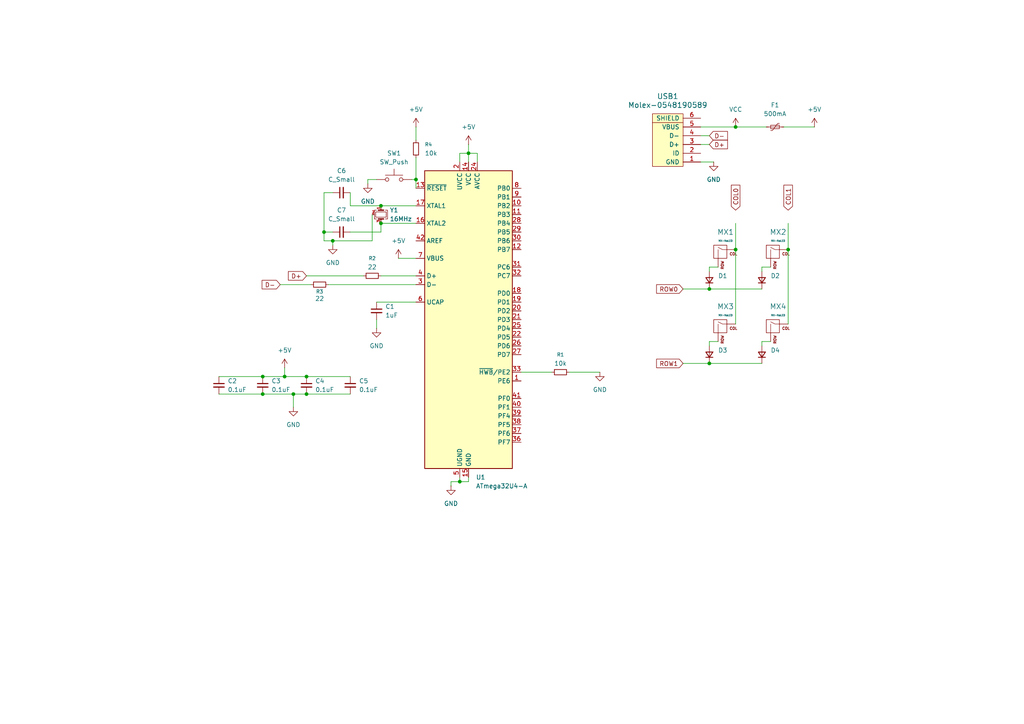
<source format=kicad_sch>
(kicad_sch (version 20250114) (generator "eeschema") (generator_version "9.0")
  (paper "A4")
  (lib_symbols
    (symbol "Device:C_Small" (pin_numbers (hide yes)) (pin_names (offset 0.254) (hide yes))
      (property "Reference" "C" (at 0.254 1.778 0))
      (property "Value" "C_Small" (at 0.254 -2.032 0))
      (symbol "C_Small_0_1"
        (polyline (pts (xy -1.524 0.508) (xy 1.524 0.508)) (stroke (width 0.3048)))
        (polyline (pts (xy -1.524 -0.508) (xy 1.524 -0.508)) (stroke (width 0.3302)))
      )
      (symbol "C_Small_1_1"
        (pin passive line (at 0 2.54 270) (length 2.032) (name "~") (number "1"))
        (pin passive line (at 0 -2.54 90) (length 2.032) (name "~") (number "2"))
      )
    )
    (symbol "Device:Crystal_GND24_Small" (pin_names (offset 1.016) (hide yes))
      (property "Reference" "Y" (at 1.27 4.445 0))
      (property "Value" "Crystal_GND24_Small" (at 1.27 2.54 0))
      (symbol "Crystal_GND24_Small_0_1"
        (polyline (pts (xy -1.27 1.27) (xy -1.27 1.905) (xy 1.27 1.905) (xy 1.27 1.27)))
        (polyline (pts (xy -1.27 -0.762) (xy -1.27 0.762)) (stroke (width 0.381)))
        (polyline (pts (xy -1.27 -1.27) (xy -1.27 -1.905) (xy 1.27 -1.905) (xy 1.27 -1.27)))
        (rectangle (start -0.762 -1.524) (end 0.762 1.524))
        (polyline (pts (xy 1.27 -0.762) (xy 1.27 0.762)) (stroke (width 0.381)))
      )
      (symbol "Crystal_GND24_Small_1_1"
        (pin passive line (at -2.54 0 0) (length 1.27) (name "1") (number "1"))
        (pin passive line (at 0 -2.54 90) (length 0.635) (name "G") (number "2"))
        (pin passive line (at 0 -2.54 90) (length 0.635) (hide yes) (name "G") (number "4"))
        (pin passive line (at 2.54 0 180) (length 1.27) (name "3") (number "3"))
      )
    )
    (symbol "Device:D_Small" (pin_numbers (hide yes)) (pin_names (offset 0.254) (hide yes))
      (property "Reference" "D" (at -1.27 2.032 0))
      (property "Value" "D_Small" (at -3.81 -2.032 0))
      (symbol "D_Small_0_1"
        (polyline (pts (xy -0.762 0) (xy 0.762 0)))
        (polyline (pts (xy -0.762 -1.016) (xy -0.762 1.016)) (stroke (width 0.254)))
        (polyline (pts (xy 0.762 -1.016) (xy -0.762 0) (xy 0.762 1.016) (xy 0.762 -1.016)) (stroke (width 0.254)))
      )
      (symbol "D_Small_1_1"
        (pin passive line (at -2.54 0 0) (length 1.778) (name "K") (number "1"))
        (pin passive line (at 2.54 0 180) (length 1.778) (name "A") (number "2"))
      )
    )
    (symbol "Device:Polyfuse_Small" (pin_numbers (hide yes)) (pin_names (offset 0))
      (property "Reference" "F" (at -1.905 0 90))
      (property "Value" "Polyfuse_Small" (at 1.905 0 90))
      (symbol "Polyfuse_Small_0_1"
        (polyline (pts (xy -1.016 1.27) (xy -1.016 0.762) (xy 1.016 -0.762) (xy 1.016 -1.27)))
        (rectangle (start -0.508 1.27) (end 0.508 -1.27))
        (polyline (pts (xy 0 2.54) (xy 0 -2.54)))
      )
      (symbol "Polyfuse_Small_1_1"
        (pin passive line (at 0 2.54 270) (length 0.635) (name "~") (number "1"))
        (pin passive line (at 0 -2.54 90) (length 0.635) (name "~") (number "2"))
      )
    )
    (symbol "Device:R_Small" (pin_numbers (hide yes)) (pin_names (offset 0.254) (hide yes))
      (property "Reference" "R" (at 0 0 90))
      (property "Value" "R_Small" (at 1.778 0 90))
      (symbol "R_Small_0_1"
        (rectangle (start -0.762 1.778) (end 0.762 -1.778) (stroke (width 0.2032)))
      )
      (symbol "R_Small_1_1"
        (pin passive line (at 0 2.54 270) (length 0.762) (name "~") (number "1"))
        (pin passive line (at 0 -2.54 90) (length 0.762) (name "~") (number "2"))
      )
    )
    (symbol "MCU_Microchip_ATmega:ATmega32U4-A"
      (property "Reference" "U" (at -12.7 44.45 0))
      (property "Value" "ATmega32U4-A" (at 2.54 -44.45 0))
      (symbol "ATmega32U4-A_0_1"
        (rectangle (start -12.7 -43.18) (end 12.7 43.18) (stroke (width 0.254)) (fill (type background)))
      )
      (symbol "ATmega32U4-A_1_1"
        (pin input line (at -15.24 38.1 0) (length 2.54) (name "~{RESET}") (number "13"))
        (pin input line (at -15.24 33.02 0) (length 2.54) (name "XTAL1") (number "17"))
        (pin output line (at -15.24 27.94 0) (length 2.54) (name "XTAL2") (number "16"))
        (pin passive line (at -15.24 22.86 0) (length 2.54) (name "AREF") (number "42"))
        (pin input line (at -15.24 17.78 0) (length 2.54) (name "VBUS") (number "7"))
        (pin bidirectional line (at -15.24 12.7 0) (length 2.54) (name "D+") (number "4"))
        (pin bidirectional line (at -15.24 10.16 0) (length 2.54) (name "D-") (number "3"))
        (pin passive line (at -15.24 5.08 0) (length 2.54) (name "UCAP") (number "6"))
        (pin power_in line (at -2.54 45.72 270) (length 2.54) (name "UVCC") (number "2"))
        (pin passive line (at -2.54 -45.72 90) (length 2.54) (name "UGND") (number "5"))
        (pin power_in line (at 0 45.72 270) (length 2.54) (name "VCC") (number "14"))
        (pin passive line (at 0 45.72 270) (length 2.54) (hide yes) (name "VCC") (number "34"))
        (pin power_in line (at 0 -45.72 90) (length 2.54) (name "GND") (number "15"))
        (pin passive line (at 0 -45.72 90) (length 2.54) (hide yes) (name "GND") (number "23"))
        (pin passive line (at 0 -45.72 90) (length 2.54) (hide yes) (name "GND") (number "35"))
        (pin passive line (at 0 -45.72 90) (length 2.54) (hide yes) (name "GND") (number "43"))
        (pin power_in line (at 2.54 45.72 270) (length 2.54) (name "AVCC") (number "24"))
        (pin passive line (at 2.54 45.72 270) (length 2.54) (hide yes) (name "AVCC") (number "44"))
        (pin bidirectional line (at 15.24 38.1 180) (length 2.54) (name "PB0") (number "8"))
        (pin bidirectional line (at 15.24 35.56 180) (length 2.54) (name "PB1") (number "9"))
        (pin bidirectional line (at 15.24 33.02 180) (length 2.54) (name "PB2") (number "10"))
        (pin bidirectional line (at 15.24 30.48 180) (length 2.54) (name "PB3") (number "11"))
        (pin bidirectional line (at 15.24 27.94 180) (length 2.54) (name "PB4") (number "28"))
        (pin bidirectional line (at 15.24 25.4 180) (length 2.54) (name "PB5") (number "29"))
        (pin bidirectional line (at 15.24 22.86 180) (length 2.54) (name "PB6") (number "30"))
        (pin bidirectional line (at 15.24 20.32 180) (length 2.54) (name "PB7") (number "12"))
        (pin bidirectional line (at 15.24 15.24 180) (length 2.54) (name "PC6") (number "31"))
        (pin bidirectional line (at 15.24 12.7 180) (length 2.54) (name "PC7") (number "32"))
        (pin bidirectional line (at 15.24 7.62 180) (length 2.54) (name "PD0") (number "18"))
        (pin bidirectional line (at 15.24 5.08 180) (length 2.54) (name "PD1") (number "19"))
        (pin bidirectional line (at 15.24 2.54 180) (length 2.54) (name "PD2") (number "20"))
        (pin bidirectional line (at 15.24 0 180) (length 2.54) (name "PD3") (number "21"))
        (pin bidirectional line (at 15.24 -2.54 180) (length 2.54) (name "PD4") (number "25"))
        (pin bidirectional line (at 15.24 -5.08 180) (length 2.54) (name "PD5") (number "22"))
        (pin bidirectional line (at 15.24 -7.62 180) (length 2.54) (name "PD6") (number "26"))
        (pin bidirectional line (at 15.24 -10.16 180) (length 2.54) (name "PD7") (number "27"))
        (pin bidirectional line (at 15.24 -15.24 180) (length 2.54) (name "~{HWB}/PE2") (number "33"))
        (pin bidirectional line (at 15.24 -17.78 180) (length 2.54) (name "PE6") (number "1"))
        (pin bidirectional line (at 15.24 -22.86 180) (length 2.54) (name "PF0") (number "41"))
        (pin bidirectional line (at 15.24 -25.4 180) (length 2.54) (name "PF1") (number "40"))
        (pin bidirectional line (at 15.24 -27.94 180) (length 2.54) (name "PF4") (number "39"))
        (pin bidirectional line (at 15.24 -30.48 180) (length 2.54) (name "PF5") (number "38"))
        (pin bidirectional line (at 15.24 -33.02 180) (length 2.54) (name "PF6") (number "37"))
        (pin bidirectional line (at 15.24 -35.56 180) (length 2.54) (name "PF7") (number "36"))
      )
    )
    (symbol "MX_Alps_Hybrid:MX-NoLED" (pin_names (offset 1.016))
      (property "Reference" "MX" (at -0.635 3.81 0))
      (property "Value" "MX-NoLED" (at -0.635 1.27 0))
      (symbol "MX-NoLED_0_0"
        (rectangle (start -2.54 2.54) (end 1.27 -1.27))
        (polyline (pts (xy -1.27 -1.27) (xy -1.27 1.27)) (stroke (width 0.127)))
        (polyline (pts (xy 1.27 1.27) (xy 0 1.27) (xy -1.27 1.905)) (stroke (width 0.127)))
        (text "ROW" (at 0 -1.905 900) (effects (font (size 0.762 0.762)) (justify right)))
        (text "COL" (at 3.175 0 0) (effects (font (size 0.762 0.762))))
      )
      (symbol "MX-NoLED_1_1"
        (pin passive line (at -1.27 -3.81 90) (length 2.54) (name "ROW") (number "2"))
        (pin passive line (at 3.81 1.27 180) (length 2.54) (name "COL") (number "1"))
      )
    )
    (symbol "Switch:SW_Push" (pin_numbers (hide yes)) (pin_names (offset 1.016) (hide yes))
      (property "Reference" "SW" (at 1.27 2.54 0))
      (property "Value" "SW_Push" (at 0 -1.524 0))
      (symbol "SW_Push_0_1"
        (circle (center -2.032 0) (radius 0.508))
        (polyline (pts (xy 0 1.27) (xy 0 3.048)))
        (circle (center 2.032 0) (radius 0.508))
        (polyline (pts (xy 2.54 1.27) (xy -2.54 1.27)))
        (pin passive line (at -5.08 0 0) (length 2.54) (name "1") (number "1"))
        (pin passive line (at 5.08 0 180) (length 2.54) (name "2") (number "2"))
      )
    )
    (symbol "power:+5V" (power) (pin_numbers (hide yes)) (pin_names (offset 0) (hide yes))
      (property "Value" "+5V" (at 0 3.556 0))
      (symbol "+5V_0_1"
        (polyline (pts (xy -0.762 1.27) (xy 0 2.54)))
        (polyline (pts (xy 0 2.54) (xy 0.762 1.27)))
        (polyline (pts (xy 0 0) (xy 0 2.54)))
      )
      (symbol "+5V_1_1"
        (pin power_in line (at 0 0 90) (length 0) (name "~") (number "1"))
      )
    )
    (symbol "power:GND" (power) (pin_numbers (hide yes)) (pin_names (offset 0) (hide yes))
      (property "Value" "GND" (at 0 -3.81 0))
      (symbol "GND_0_1"
        (polyline (pts (xy 0 0) (xy 0 -1.27) (xy 1.27 -1.27) (xy 0 -2.54) (xy -1.27 -1.27) (xy 0 -1.27)))
      )
      (symbol "GND_1_1"
        (pin power_in line (at 0 0 270) (length 0) (name "~") (number "1"))
      )
    )
    (symbol "power:VCC" (power) (pin_numbers (hide yes)) (pin_names (offset 0) (hide yes))
      (property "Value" "VCC" (at 0 3.556 0))
      (symbol "VCC_0_1"
        (polyline (pts (xy -0.762 1.27) (xy 0 2.54)))
        (polyline (pts (xy 0 2.54) (xy 0.762 1.27)))
        (polyline (pts (xy 0 0) (xy 0 2.54)))
      )
      (symbol "VCC_1_1"
        (pin power_in line (at 0 0 90) (length 0) (name "~") (number "1"))
      )
    )
    (symbol "random-keyboard-parts:Molex-0548190589" (pin_names (offset 1.016))
      (property "Reference" "USB" (at 0 7.62 0))
      (property "Value" "Molex-0548190589" (at 0 10.16 0))
      (symbol "Molex-0548190589_0_0"
        (polyline (pts (xy 6.35 -2.54) (xy 6.35 6.35)))
        (rectangle (start 8.89 -2.54) (end -6.35 6.35) (fill (type background)))
      )
      (symbol "Molex-0548190589_1_1"
        (pin input line (at -5.08 -7.62 90) (length 5.08) (name "GND") (number "1"))
        (pin input line (at -2.54 -7.62 90) (length 5.08) (name "ID") (number "2"))
        (pin input line (at 0 -7.62 90) (length 5.08) (name "D+") (number "3"))
        (pin input line (at 2.54 -7.62 90) (length 5.08) (name "D-") (number "4"))
        (pin input line (at 5.08 -7.62 90) (length 5.08) (name "VBUS") (number "5"))
        (pin input line (at 7.62 -7.62 90) (length 5.08) (name "SHIELD") (number "6"))
      )
    )
  )
  (junction (at 76.2 109.22))
  (junction (at 110.49 59.69))
  (junction (at 85.09 114.3))
  (junction (at 213.36 72.39))
  (junction (at 205.74 83.82))
  (junction (at 120.65 52.07))
  (junction (at 205.74 105.41))
  (junction (at 96.52 69.85))
  (junction (at 76.2 114.3))
  (junction (at 133.35 139.7))
  (junction (at 88.9 114.3))
  (junction (at 228.6 72.39))
  (junction (at 135.89 44.45))
  (junction (at 213.36 36.83))
  (junction (at 82.55 109.22))
  (junction (at 110.49 64.77))
  (junction (at 93.98 67.31))
  (junction (at 88.9 109.22))
  (wire (pts (xy 133.35 139.7) (xy 135.89 139.7)))
  (wire (pts (xy 133.35 44.45) (xy 135.89 44.45)))
  (wire (pts (xy 76.2 114.3) (xy 85.09 114.3)))
  (wire (pts (xy 120.65 52.07) (xy 119.38 52.07)))
  (wire (pts (xy 203.2 41.91) (xy 205.74 41.91)))
  (wire (pts (xy 198.12 105.41) (xy 205.74 105.41)))
  (wire (pts (xy 93.98 67.31) (xy 93.98 69.85)))
  (wire (pts (xy 223.52 77.47) (xy 220.98 77.47)))
  (wire (pts (xy 106.68 52.07) (xy 106.68 53.34)))
  (wire (pts (xy 101.6 59.69) (xy 101.6 55.88)))
  (wire (pts (xy 203.2 39.37) (xy 205.74 39.37)))
  (wire (pts (xy 228.6 72.39) (xy 228.6 93.98)))
  (wire (pts (xy 109.22 52.07) (xy 106.68 52.07)))
  (wire (pts (xy 82.55 109.22) (xy 88.9 109.22)))
  (wire (pts (xy 88.9 80.01) (xy 105.41 80.01)))
  (wire (pts (xy 208.28 99.06) (xy 205.74 99.06)))
  (wire (pts (xy 205.74 83.82) (xy 220.98 83.82)))
  (wire (pts (xy 223.52 99.06) (xy 220.98 99.06)))
  (wire (pts (xy 220.98 77.47) (xy 220.98 78.74)))
  (wire (pts (xy 135.89 41.91) (xy 135.89 44.45)))
  (wire (pts (xy 101.6 67.31) (xy 110.49 67.31)))
  (wire (pts (xy 95.25 82.55) (xy 120.65 82.55)))
  (wire (pts (xy 107.95 62.23) (xy 107.95 69.85)))
  (wire (pts (xy 115.57 74.93) (xy 120.65 74.93)))
  (wire (pts (xy 96.52 55.88) (xy 93.98 55.88)))
  (wire (pts (xy 96.52 69.85) (xy 96.52 71.12)))
  (wire (pts (xy 85.09 114.3) (xy 85.09 118.11)))
  (wire (pts (xy 109.22 87.63) (xy 120.65 87.63)))
  (wire (pts (xy 88.9 109.22) (xy 101.6 109.22)))
  (wire (pts (xy 151.13 107.95) (xy 160.02 107.95)))
  (wire (pts (xy 130.81 139.7) (xy 133.35 139.7)))
  (wire (pts (xy 138.43 44.45) (xy 138.43 46.99)))
  (wire (pts (xy 207.01 46.99) (xy 203.2 46.99)))
  (wire (pts (xy 135.89 44.45) (xy 135.89 46.99)))
  (wire (pts (xy 96.52 69.85) (xy 107.95 69.85)))
  (wire (pts (xy 85.09 114.3) (xy 88.9 114.3)))
  (wire (pts (xy 120.65 45.72) (xy 120.65 52.07)))
  (wire (pts (xy 227.33 36.83) (xy 236.22 36.83)))
  (wire (pts (xy 198.12 83.82) (xy 205.74 83.82)))
  (wire (pts (xy 110.49 64.77) (xy 120.65 64.77)))
  (wire (pts (xy 81.28 82.55) (xy 90.17 82.55)))
  (wire (pts (xy 93.98 55.88) (xy 93.98 67.31)))
  (wire (pts (xy 208.28 77.47) (xy 205.74 77.47)))
  (wire (pts (xy 110.49 59.69) (xy 120.65 59.69)))
  (wire (pts (xy 135.89 44.45) (xy 138.43 44.45)))
  (wire (pts (xy 110.49 80.01) (xy 120.65 80.01)))
  (wire (pts (xy 220.98 99.06) (xy 220.98 100.33)))
  (wire (pts (xy 82.55 106.68) (xy 82.55 109.22)))
  (wire (pts (xy 110.49 67.31) (xy 110.49 64.77)))
  (wire (pts (xy 120.65 36.83) (xy 120.65 40.64)))
  (wire (pts (xy 203.2 36.83) (xy 213.36 36.83)))
  (wire (pts (xy 96.52 67.31) (xy 93.98 67.31)))
  (wire (pts (xy 63.5 109.22) (xy 76.2 109.22)))
  (wire (pts (xy 213.36 36.83) (xy 222.25 36.83)))
  (wire (pts (xy 76.2 109.22) (xy 82.55 109.22)))
  (wire (pts (xy 63.5 114.3) (xy 76.2 114.3)))
  (wire (pts (xy 205.74 77.47) (xy 205.74 78.74)))
  (wire (pts (xy 109.22 92.71) (xy 109.22 95.25)))
  (wire (pts (xy 213.36 64.77) (xy 213.36 72.39)))
  (wire (pts (xy 165.1 107.95) (xy 173.99 107.95)))
  (wire (pts (xy 93.98 69.85) (xy 96.52 69.85)))
  (wire (pts (xy 205.74 99.06) (xy 205.74 100.33)))
  (wire (pts (xy 120.65 54.61) (xy 120.65 52.07)))
  (wire (pts (xy 213.36 72.39) (xy 213.36 93.98)))
  (wire (pts (xy 88.9 114.3) (xy 101.6 114.3)))
  (wire (pts (xy 228.6 64.77) (xy 228.6 72.39)))
  (wire (pts (xy 205.74 105.41) (xy 220.98 105.41)))
  (wire (pts (xy 133.35 138.43) (xy 133.35 139.7)))
  (wire (pts (xy 133.35 46.99) (xy 133.35 44.45)))
  (wire (pts (xy 130.81 139.7) (xy 130.81 140.97)))
  (wire (pts (xy 135.89 138.43) (xy 135.89 139.7)))
  (wire (pts (xy 110.49 59.69) (xy 101.6 59.69)))
  (global_label "D-" (shape input) (at 205.74 39.37 0) (property "Intersheetrefs" "${INTERSHEET_REFS}" (effects (hide yes))))
  (global_label "COL0" (shape input) (at 213.36 60.96 90) (property "Intersheetrefs" "${INTERSHEET_REFS}" (effects (hide yes))))
  (global_label "D-" (shape input) (at 81.28 82.55 180) (property "Intersheetrefs" "${INTERSHEET_REFS}" (effects (hide yes))))
  (global_label "ROW1" (shape input) (at 198.12 105.41 180) (property "Intersheetrefs" "${INTERSHEET_REFS}" (effects (hide yes))))
  (global_label "COL1" (shape input) (at 228.6 60.96 90) (property "Intersheetrefs" "${INTERSHEET_REFS}" (effects (hide yes))))
  (global_label "ROW0" (shape input) (at 198.12 83.82 180) (property "Intersheetrefs" "${INTERSHEET_REFS}" (effects (hide yes))))
  (global_label "D+" (shape input) (at 205.74 41.91 0) (property "Intersheetrefs" "${INTERSHEET_REFS}" (effects (hide yes))))
  (global_label "D+" (shape input) (at 88.9 80.01 180) (property "Intersheetrefs" "${INTERSHEET_REFS}" (effects (hide yes))))
  (symbol (lib_id "MX_Alps_Hybrid:MX-NoLED") (at 209.55 73.66 0) (unit 1)
    (property "Reference" "MX1" (at 210.4452 67.31 0) (effects (font (size 1.524 1.524))))
    (property "Value" "MX-NoLED" (at 210.4452 69.85 0) (effects (font (size 0.508 0.508))))
    (property "Footprint" "MX_Alps_Hybrid:MX-1U-NoLED" (effects (hide yes)))
  )
  (symbol (lib_id "power:GND") (at 106.68 53.34 0) (unit 1)
    (property "Reference" "#PWR09" (effects (hide yes)))
    (property "Value" "GND" (at 106.68 58.42 0))
    (property "Description" "Power symbol creates a global label with name \"GND\" , ground" (effects (hide yes)))
  )
  (symbol (lib_id "MX_Alps_Hybrid:MX-NoLED") (at 224.79 73.66 0) (unit 1)
    (property "Reference" "MX2" (at 225.6852 67.31 0) (effects (font (size 1.524 1.524))))
    (property "Value" "MX-NoLED" (at 225.6852 69.85 0) (effects (font (size 0.508 0.508))))
    (property "Footprint" "MX_Alps_Hybrid:MX-1U-NoLED" (effects (hide yes)))
  )
  (symbol (lib_id "Device:C_Small") (at 88.9 111.76 0) (unit 1)
    (property "Reference" "C4" (at 91.44 110.4962 0) (effects (justify left)))
    (property "Value" "0.1uF" (at 91.44 113.0362 0) (effects (justify left)))
    (property "Footprint" "Capacitor_SMD:C_0805_2012Metric" (effects (hide yes)))
    (property "Description" "Unpolarized capacitor, small symbol" (effects (hide yes)))
  )
  (symbol (lib_id "MX_Alps_Hybrid:MX-NoLED") (at 209.55 95.25 0) (unit 1)
    (property "Reference" "MX3" (at 210.4452 88.9 0) (effects (font (size 1.524 1.524))))
    (property "Value" "MX-NoLED" (at 210.4452 91.44 0) (effects (font (size 0.508 0.508))))
    (property "Footprint" "MX_Alps_Hybrid:MX-1U-NoLED" (effects (hide yes)))
  )
  (symbol (lib_id "power:+5V") (at 135.89 41.91 0) (unit 1)
    (property "Reference" "#PWR01" (effects (hide yes)))
    (property "Value" "+5V" (at 135.89 36.83 0))
    (property "Description" "Power symbol creates a global label with name \"+5V\"" (effects (hide yes)))
  )
  (symbol (lib_id "Switch:SW_Push") (at 114.3 52.07 0) (unit 1)
    (property "Reference" "SW1" (at 114.3 44.45 0))
    (property "Value" "SW_Push" (at 114.3 46.99 0))
    (property "Footprint" "random-keyboard-parts:SKQG-1155865" (effects (hide yes)))
    (property "Description" "Push button switch, generic, two pins" (effects (hide yes)))
  )
  (symbol (lib_id "power:GND") (at 96.52 71.12 0) (unit 1)
    (property "Reference" "#PWR08" (effects (hide yes)))
    (property "Value" "GND" (at 96.52 76.2 0))
    (property "Description" "Power symbol creates a global label with name \"GND\" , ground" (effects (hide yes)))
  )
  (symbol (lib_id "Device:D_Small") (at 205.74 102.87 90) (unit 1)
    (property "Reference" "D3" (at 208.28 101.5999 90) (effects (justify right)))
    (property "Value" "D_Small" (effects (hide yes)))
    (property "Footprint" "Diode_SMD:D_SOD-123" (effects (hide yes)))
    (property "Description" "Diode, small symbol" (effects (hide yes)))
    (property "Sim.Device" "D" (effects (hide yes)))
    (property "Sim.Pins" "1=K 2=A" (effects (hide yes)))
  )
  (symbol (lib_id "Device:C_Small") (at 99.06 55.88 90) (unit 1)
    (property "Reference" "C6" (at 99.0663 49.53 90))
    (property "Value" "C_Small" (at 99.0663 52.07 90))
    (property "Footprint" "Capacitor_SMD:C_0805_2012Metric" (effects (hide yes)))
    (property "Description" "Unpolarized capacitor, small symbol" (effects (hide yes)))
  )
  (symbol (lib_id "Device:R_Small") (at 107.95 80.01 90) (unit 1)
    (property "Reference" "R2" (at 107.95 74.93 90) (effects (font (size 1.016 1.016))))
    (property "Value" "22" (at 107.95 77.47 90))
    (property "Footprint" "Resistor_SMD:R_0805_2012Metric" (effects (hide yes)))
    (property "Description" "Resistor, small symbol" (effects (hide yes)))
  )
  (symbol (lib_id "Device:D_Small") (at 205.74 81.28 90) (unit 1)
    (property "Reference" "D1" (at 208.28 80.0099 90) (effects (justify right)))
    (property "Value" "D_Small" (effects (hide yes)))
    (property "Footprint" "Diode_SMD:D_SOD-123" (effects (hide yes)))
    (property "Description" "Diode, small symbol" (effects (hide yes)))
    (property "Sim.Device" "D" (effects (hide yes)))
    (property "Sim.Pins" "1=K 2=A" (effects (hide yes)))
  )
  (symbol (lib_id "MCU_Microchip_ATmega:ATmega32U4-A") (at 135.89 92.71 0) (unit 1)
    (property "Reference" "U1" (at 138.0333 138.43 0) (effects (justify left)))
    (property "Value" "ATmega32U4-A" (at 138.0333 140.97 0) (effects (justify left)))
    (property "Footprint" "Package_QFP:TQFP-44_10x10mm_P0.8mm" (effects (hide yes)))
    (property "Datasheet" "http://ww1.microchip.com/downloads/en/DeviceDoc/Atmel-7766-8-bit-AVR-ATmega16U4-32U4_Datasheet.pdf" (effects (hide yes)))
    (property "Description" "16MHz, 32kB Flash, 2.5kB SRAM, 1kB EEPROM, USB 2.0, TQFP-44" (effects (hide yes)))
  )
  (symbol (lib_id "Device:R_Small") (at 162.56 107.95 270) (unit 1)
    (property "Reference" "R1" (at 162.56 102.87 90) (effects (font (size 1.016 1.016))))
    (property "Value" "10k" (at 162.56 105.41 90))
    (property "Footprint" "Resistor_SMD:R_0805_2012Metric" (effects (hide yes)))
    (property "Description" "Resistor, small symbol" (effects (hide yes)))
  )
  (symbol (lib_id "Device:C_Small") (at 109.22 90.17 0) (unit 1)
    (property "Reference" "C1" (at 111.76 88.9062 0) (effects (justify left)))
    (property "Value" "1uF" (at 111.76 91.4462 0) (effects (justify left)))
    (property "Footprint" "Capacitor_SMD:C_0805_2012Metric" (effects (hide yes)))
    (property "Description" "Unpolarized capacitor, small symbol" (effects (hide yes)))
  )
  (symbol (lib_id "power:GND") (at 130.81 140.97 0) (unit 1)
    (property "Reference" "#PWR02" (effects (hide yes)))
    (property "Value" "GND" (at 130.81 146.05 0))
    (property "Description" "Power symbol creates a global label with name \"GND\" , ground" (effects (hide yes)))
  )
  (symbol (lib_id "MX_Alps_Hybrid:MX-NoLED") (at 224.79 95.25 0) (unit 1)
    (property "Reference" "MX4" (at 225.6852 88.9 0) (effects (font (size 1.524 1.524))))
    (property "Value" "MX-NoLED" (at 225.6852 91.44 0) (effects (font (size 0.508 0.508))))
    (property "Footprint" "MX_Alps_Hybrid:MX-1U-NoLED" (effects (hide yes)))
  )
  (symbol (lib_id "Device:D_Small") (at 220.98 81.28 90) (unit 1)
    (property "Reference" "D2" (at 223.52 80.0099 90) (effects (justify right)))
    (property "Value" "D_Small" (effects (hide yes)))
    (property "Footprint" "Diode_SMD:D_SOD-123" (effects (hide yes)))
    (property "Description" "Diode, small symbol" (effects (hide yes)))
    (property "Sim.Device" "D" (effects (hide yes)))
    (property "Sim.Pins" "1=K 2=A" (effects (hide yes)))
  )
  (symbol (lib_id "Device:C_Small") (at 76.2 111.76 0) (unit 1)
    (property "Reference" "C3" (at 78.74 110.4962 0) (effects (justify left)))
    (property "Value" "0.1uF" (at 78.74 113.0362 0) (effects (justify left)))
    (property "Footprint" "Capacitor_SMD:C_0805_2012Metric" (effects (hide yes)))
    (property "Description" "Unpolarized capacitor, small symbol" (effects (hide yes)))
  )
  (symbol (lib_id "power:+5V") (at 236.22 36.83 0) (unit 1)
    (property "Reference" "#PWR012" (effects (hide yes)))
    (property "Value" "+5V" (at 236.22 31.75 0))
    (property "Description" "Power symbol creates a global label with name \"+5V\"" (effects (hide yes)))
  )
  (symbol (lib_id "power:+5V") (at 115.57 74.93 0) (unit 1)
    (property "Reference" "#PWR07" (effects (hide yes)))
    (property "Value" "+5V" (at 115.57 69.85 0))
    (property "Description" "Power symbol creates a global label with name \"+5V\"" (effects (hide yes)))
  )
  (symbol (lib_id "Device:R_Small") (at 92.71 82.55 90) (unit 1)
    (property "Reference" "R3" (at 92.71 84.582 90) (effects (font (size 1.016 1.016))))
    (property "Value" "22" (at 92.71 86.614 90))
    (property "Footprint" "Resistor_SMD:R_0805_2012Metric" (effects (hide yes)))
    (property "Description" "Resistor, small symbol" (effects (hide yes)))
  )
  (symbol (lib_id "power:+5V") (at 82.55 106.68 0) (unit 1)
    (property "Reference" "#PWR06" (effects (hide yes)))
    (property "Value" "+5V" (at 82.55 101.6 0))
    (property "Description" "Power symbol creates a global label with name \"+5V\"" (effects (hide yes)))
  )
  (symbol (lib_id "Device:C_Small") (at 101.6 111.76 0) (unit 1)
    (property "Reference" "C5" (at 104.14 110.4962 0) (effects (justify left)))
    (property "Value" "0.1uF" (at 104.14 113.0362 0) (effects (justify left)))
    (property "Footprint" "Capacitor_SMD:C_0805_2012Metric" (effects (hide yes)))
    (property "Description" "Unpolarized capacitor, small symbol" (effects (hide yes)))
  )
  (symbol (lib_id "Device:R_Small") (at 120.65 43.18 0) (unit 1)
    (property "Reference" "R4" (at 123.19 41.9099 0) (effects (font (size 1.016 1.016)) (justify left)))
    (property "Value" "10k" (at 123.19 44.4499 0) (effects (justify left)))
    (property "Footprint" "Resistor_SMD:R_0805_2012Metric" (effects (hide yes)))
    (property "Description" "Resistor, small symbol" (effects (hide yes)))
  )
  (symbol (lib_id "Device:D_Small") (at 220.98 102.87 90) (unit 1)
    (property "Reference" "D4" (at 223.52 101.5999 90) (effects (justify right)))
    (property "Value" "D_Small" (effects (hide yes)))
    (property "Footprint" "Diode_SMD:D_SOD-123" (effects (hide yes)))
    (property "Description" "Diode, small symbol" (effects (hide yes)))
    (property "Sim.Device" "D" (effects (hide yes)))
    (property "Sim.Pins" "1=K 2=A" (effects (hide yes)))
  )
  (symbol (lib_id "power:GND") (at 173.99 107.95 0) (unit 1)
    (property "Reference" "#PWR03" (effects (hide yes)))
    (property "Value" "GND" (at 173.99 113.03 0))
    (property "Description" "Power symbol creates a global label with name \"GND\" , ground" (effects (hide yes)))
  )
  (symbol (lib_id "Device:C_Small") (at 99.06 67.31 90) (unit 1)
    (property "Reference" "C7" (at 99.0663 60.96 90))
    (property "Value" "C_Small" (at 99.0663 63.5 90))
    (property "Footprint" "Capacitor_SMD:C_0805_2012Metric" (effects (hide yes)))
    (property "Description" "Unpolarized capacitor, small symbol" (effects (hide yes)))
  )
  (symbol (lib_id "power:GND") (at 207.01 46.99 0) (unit 1)
    (property "Reference" "#PWR013" (effects (hide yes)))
    (property "Value" "GND" (at 207.01 52.07 0))
    (property "Description" "Power symbol creates a global label with name \"GND\" , ground" (effects (hide yes)))
  )
  (symbol (lib_id "Device:C_Small") (at 63.5 111.76 0) (unit 1)
    (property "Reference" "C2" (at 66.04 110.4962 0) (effects (justify left)))
    (property "Value" "0.1uF" (at 66.04 113.0362 0) (effects (justify left)))
    (property "Footprint" "Capacitor_SMD:C_0805_2012Metric" (effects (hide yes)))
    (property "Description" "Unpolarized capacitor, small symbol" (effects (hide yes)))
  )
  (symbol (lib_id "power:VCC") (at 213.36 36.83 0) (unit 1)
    (property "Reference" "#PWR011" (effects (hide yes)))
    (property "Value" "VCC" (at 213.36 31.75 0))
    (property "Description" "Power symbol creates a global label with name \"VCC\"" (effects (hide yes)))
  )
  (symbol (lib_id "Device:Crystal_GND24_Small") (at 110.49 62.23 270) (unit 1)
    (property "Reference" "Y1" (at 113.03 60.9599 90) (effects (justify left)))
    (property "Value" "16MHz" (at 113.03 63.4999 90) (effects (justify left)))
    (property "Footprint" "Package_QFP:TQFP-44_10x10mm_P0.8mm" (effects (hide yes)))
    (property "Description" "Four pin crystal, GND on pins 2 and 4, small symbol" (effects (hide yes)))
    (property private "KLC_S3.3" "The rectangle is not a symbol body but a graphical element" (effects (hide yes)))
    (property private "KLC_S4.1" "Some pins are on 50mil grid to make the symbol small" (effects (hide yes)))
  )
  (symbol (lib_id "random-keyboard-parts:Molex-0548190589") (at 195.58 41.91 90) (unit 1)
    (property "Reference" "USB1" (at 193.675 27.94 90) (effects (font (size 1.524 1.524))))
    (property "Value" "Molex-0548190589" (at 193.675 30.48 90) (effects (font (size 1.524 1.524))))
    (property "Footprint" "random-keyboard-parts:Molex-0548190589" (effects (hide yes)))
  )
  (symbol (lib_id "Device:Polyfuse_Small") (at 224.79 36.83 90) (unit 1)
    (property "Reference" "F1" (at 224.79 30.48 90))
    (property "Value" "500mA" (at 224.79 33.02 90))
    (property "Footprint" "Fuse:Fuse_1206_3216Metric" (effects (hide yes)))
    (property "Description" "Resettable fuse, polymeric positive temperature coefficient, small symbol" (effects (hide yes)))
  )
  (symbol (lib_id "power:GND") (at 109.22 95.25 0) (unit 1)
    (property "Reference" "#PWR04" (effects (hide yes)))
    (property "Value" "GND" (at 109.22 100.33 0))
    (property "Description" "Power symbol creates a global label with name \"GND\" , ground" (effects (hide yes)))
  )
  (symbol (lib_id "power:GND") (at 85.09 118.11 0) (unit 1)
    (property "Reference" "#PWR05" (effects (hide yes)))
    (property "Value" "GND" (at 85.09 123.19 0))
    (property "Description" "Power symbol creates a global label with name \"GND\" , ground" (effects (hide yes)))
  )
  (symbol (lib_id "power:+5V") (at 120.65 36.83 0) (unit 1)
    (property "Reference" "#PWR010" (effects (hide yes)))
    (property "Value" "+5V" (at 120.65 31.75 0))
    (property "Description" "Power symbol creates a global label with name \"+5V\"" (effects (hide yes)))
  )
)
</source>
